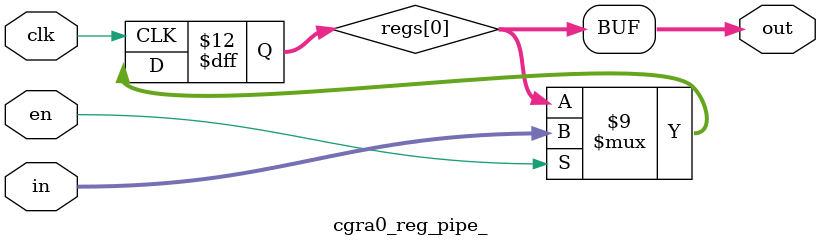
<source format=v>

module cgra0_reg_pipe_ #
(
  parameter NUM_STAGES = 1,
  parameter DATA_WIDTH = 16
)
(
  input clk,
  input en,
  input [DATA_WIDTH-1:0] in,
  output [DATA_WIDTH-1:0] out
);

  reg [DATA_WIDTH-1:0] regs [0:NUM_STAGES-1];
  integer i;

  assign out = regs[NUM_STAGES - 1];

  always @(posedge clk) begin
    if(en) begin
      regs[0] <= in;
      for(i=1; i<NUM_STAGES; i=i+1) begin
        regs[i] <= regs[i - 1];
      end
    end 
  end


  initial begin
    for(i=0; i<NUM_STAGES; i=i+1) begin
      regs[i] = 0;
    end
  end


endmodule

</source>
